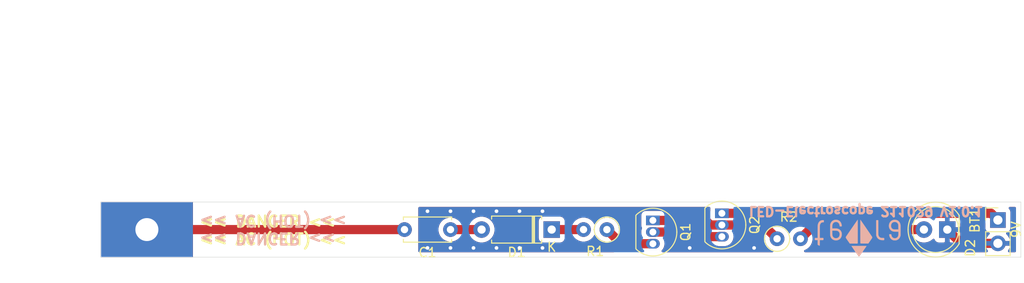
<source format=kicad_pcb>
(kicad_pcb (version 20171130) (host pcbnew 5.1.9-73d0e3b20d~88~ubuntu20.04.1)

  (general
    (thickness 1.6)
    (drawings 10)
    (tracks 33)
    (zones 0)
    (modules 10)
    (nets 10)
  )

  (page A4)
  (title_block
    (title "LED Electroscope")
    (date 2021-10-29)
    (rev V1.0.1)
    (company "teTra Aviation Corp.")
  )

  (layers
    (0 F.Cu signal)
    (31 B.Cu signal)
    (32 B.Adhes user)
    (33 F.Adhes user)
    (34 B.Paste user)
    (35 F.Paste user)
    (36 B.SilkS user)
    (37 F.SilkS user)
    (38 B.Mask user)
    (39 F.Mask user)
    (40 Dwgs.User user)
    (41 Cmts.User user)
    (42 Eco1.User user)
    (43 Eco2.User user)
    (44 Edge.Cuts user)
    (45 Margin user)
    (46 B.CrtYd user)
    (47 F.CrtYd user)
    (48 B.Fab user)
    (49 F.Fab user)
  )

  (setup
    (last_trace_width 0.25)
    (user_trace_width 0.8)
    (user_trace_width 1)
    (trace_clearance 0.2)
    (zone_clearance 0.508)
    (zone_45_only no)
    (trace_min 0.2)
    (via_size 0.8)
    (via_drill 0.4)
    (via_min_size 0.4)
    (via_min_drill 0.3)
    (uvia_size 0.3)
    (uvia_drill 0.1)
    (uvias_allowed no)
    (uvia_min_size 0.2)
    (uvia_min_drill 0.1)
    (edge_width 0.05)
    (segment_width 0.2)
    (pcb_text_width 0.3)
    (pcb_text_size 1.5 1.5)
    (mod_edge_width 0.12)
    (mod_text_size 1 1)
    (mod_text_width 0.15)
    (pad_size 1.524 1.524)
    (pad_drill 0.762)
    (pad_to_mask_clearance 0)
    (aux_axis_origin 0 0)
    (visible_elements FFFFFF7F)
    (pcbplotparams
      (layerselection 0x010fc_ffffffff)
      (usegerberextensions false)
      (usegerberattributes true)
      (usegerberadvancedattributes true)
      (creategerberjobfile true)
      (excludeedgelayer true)
      (linewidth 0.100000)
      (plotframeref false)
      (viasonmask false)
      (mode 1)
      (useauxorigin false)
      (hpglpennumber 1)
      (hpglpenspeed 20)
      (hpglpendiameter 15.000000)
      (psnegative false)
      (psa4output false)
      (plotreference true)
      (plotvalue true)
      (plotinvisibletext false)
      (padsonsilk false)
      (subtractmaskfromsilk false)
      (outputformat 1)
      (mirror false)
      (drillshape 0)
      (scaleselection 1)
      (outputdirectory "gerber/"))
  )

  (net 0 "")
  (net 1 "Net-(BT1-Pad1)")
  (net 2 "Net-(C1-Pad2)")
  (net 3 "Net-(C1-Pad1)")
  (net 4 "Net-(D1-Pad1)")
  (net 5 "Net-(D2-Pad2)")
  (net 6 "Net-(Q1-Pad1)")
  (net 7 "Net-(Q1-Pad3)")
  (net 8 "Net-(Q1-Pad2)")
  (net 9 GND)

  (net_class Default "This is the default net class."
    (clearance 0.2)
    (trace_width 0.25)
    (via_dia 0.8)
    (via_drill 0.4)
    (uvia_dia 0.3)
    (uvia_drill 0.1)
    (add_net GND)
    (add_net "Net-(BT1-Pad1)")
    (add_net "Net-(C1-Pad1)")
    (add_net "Net-(C1-Pad2)")
    (add_net "Net-(D1-Pad1)")
    (add_net "Net-(D2-Pad2)")
    (add_net "Net-(Q1-Pad1)")
    (add_net "Net-(Q1-Pad2)")
    (add_net "Net-(Q1-Pad3)")
  )

  (module teTra:teTra-logo (layer B.Cu) (tedit 0) (tstamp 617BE999)
    (at 185.2 104.8)
    (path /617BF6A2)
    (fp_text reference L1 (at 0 0) (layer B.SilkS) hide
      (effects (font (size 1.524 1.524) (thickness 0.3)) (justify mirror))
    )
    (fp_text value Logo (at 0.75 0) (layer B.SilkS) hide
      (effects (font (size 1.524 1.524) (thickness 0.3)) (justify mirror))
    )
    (fp_poly (pts (xy 0.222252 3.120726) (xy 0.242807 3.11161) (xy 0.249856 3.103173) (xy 0.265607 3.082082)
      (xy 0.289159 3.049632) (xy 0.319611 3.007114) (xy 0.356061 2.955823) (xy 0.397609 2.897051)
      (xy 0.443353 2.832092) (xy 0.492393 2.76224) (xy 0.543827 2.688787) (xy 0.596753 2.613027)
      (xy 0.650272 2.536253) (xy 0.703481 2.459758) (xy 0.755479 2.384836) (xy 0.805366 2.312781)
      (xy 0.85224 2.244884) (xy 0.8952 2.182441) (xy 0.933345 2.126743) (xy 0.965773 2.079084)
      (xy 0.991585 2.040758) (xy 1.009877 2.013058) (xy 1.01975 1.997277) (xy 1.021149 1.994568)
      (xy 1.020872 1.992342) (xy 1.017586 1.990376) (xy 1.010326 1.988654) (xy 0.998124 1.987158)
      (xy 0.980015 1.985874) (xy 0.955032 1.984786) (xy 0.922209 1.983879) (xy 0.880579 1.983135)
      (xy 0.829176 1.98254) (xy 0.767035 1.982077) (xy 0.693188 1.981732) (xy 0.60667 1.981488)
      (xy 0.506513 1.981328) (xy 0.391753 1.981239) (xy 0.261422 1.981203) (xy 0.2032 1.9812)
      (xy 0.066404 1.981216) (xy -0.054429 1.981276) (xy -0.160272 1.981396) (xy -0.252097 1.981592)
      (xy -0.330874 1.981881) (xy -0.397576 1.982278) (xy -0.453173 1.982801) (xy -0.498638 1.983466)
      (xy -0.534942 1.984289) (xy -0.563056 1.985286) (xy -0.583952 1.986475) (xy -0.598601 1.98787)
      (xy -0.607975 1.98949) (xy -0.613046 1.991349) (xy -0.614785 1.993465) (xy -0.614589 1.994985)
      (xy -0.608335 2.005799) (xy -0.593377 2.029017) (xy -0.570606 2.063351) (xy -0.540914 2.107514)
      (xy -0.505193 2.160217) (xy -0.464333 2.220172) (xy -0.419226 2.286091) (xy -0.370765 2.356684)
      (xy -0.319839 2.430665) (xy -0.267341 2.506745) (xy -0.214162 2.583635) (xy -0.161193 2.660047)
      (xy -0.109327 2.734693) (xy -0.059454 2.806285) (xy -0.012466 2.873535) (xy 0.030745 2.935154)
      (xy 0.069289 2.989854) (xy 0.102273 3.036346) (xy 0.128806 3.073343) (xy 0.147997 3.099556)
      (xy 0.158954 3.113698) (xy 0.161029 3.115821) (xy 0.19027 3.123589) (xy 0.222252 3.120726)) (layer B.SilkS) (width 0.01))
    (fp_poly (pts (xy 2.870026 1.354216) (xy 2.9022 1.351201) (xy 2.92378 1.343765) (xy 2.936878 1.330499)
      (xy 2.943607 1.309993) (xy 2.946078 1.280838) (xy 2.946406 1.241625) (xy 2.9464 1.2319)
      (xy 2.946227 1.190026) (xy 2.944245 1.158948) (xy 2.938259 1.137059) (xy 2.926073 1.122749)
      (xy 2.905491 1.11441) (xy 2.874319 1.110433) (xy 2.83036 1.10921) (xy 2.778845 1.109134)
      (xy 2.708949 1.108099) (xy 2.652433 1.104588) (xy 2.605848 1.097987) (xy 2.565744 1.087684)
      (xy 2.528671 1.073067) (xy 2.503103 1.060172) (xy 2.441985 1.017606) (xy 2.390238 0.962224)
      (xy 2.349447 0.896247) (xy 2.3212 0.821899) (xy 2.315111 0.7969) (xy 2.313001 0.784267)
      (xy 2.311142 0.766838) (xy 2.30952 0.7436) (xy 2.308121 0.713541) (xy 2.306928 0.675646)
      (xy 2.305928 0.628902) (xy 2.305106 0.572296) (xy 2.304447 0.504815) (xy 2.303936 0.425446)
      (xy 2.303559 0.333175) (xy 2.3033 0.226989) (xy 2.303145 0.105874) (xy 2.30308 -0.028073)
      (xy 2.302953 -0.182401) (xy 2.302634 -0.319817) (xy 2.302123 -0.440342) (xy 2.30142 -0.543997)
      (xy 2.300524 -0.630803) (xy 2.299435 -0.70078) (xy 2.298153 -0.753948) (xy 2.296678 -0.79033)
      (xy 2.295009 -0.809944) (xy 2.294169 -0.813356) (xy 2.288904 -0.820371) (xy 2.279982 -0.825052)
      (xy 2.264329 -0.827862) (xy 2.238872 -0.829262) (xy 2.200537 -0.829713) (xy 2.185139 -0.829733)
      (xy 2.138358 -0.82917) (xy 2.106113 -0.827311) (xy 2.086039 -0.823904) (xy 2.075771 -0.818698)
      (xy 2.075126 -0.817988) (xy 2.073401 -0.811267) (xy 2.071901 -0.795078) (xy 2.070621 -0.768731)
      (xy 2.069555 -0.731533) (xy 2.068696 -0.682796) (xy 2.068039 -0.621829) (xy 2.067577 -0.54794)
      (xy 2.067305 -0.460439) (xy 2.067217 -0.358635) (xy 2.067305 -0.241838) (xy 2.067565 -0.109358)
      (xy 2.067896 0.009629) (xy 2.070415 0.8255) (xy 2.089859 0.888768) (xy 2.128741 0.989362)
      (xy 2.179968 1.078887) (xy 2.243096 1.156811) (xy 2.317683 1.222601) (xy 2.403286 1.275725)
      (xy 2.417233 1.282656) (xy 2.46722 1.304996) (xy 2.514929 1.322041) (xy 2.564125 1.334548)
      (xy 2.618577 1.343274) (xy 2.68205 1.348976) (xy 2.75831 1.352411) (xy 2.765442 1.352621)
      (xy 2.825144 1.35422) (xy 2.870026 1.354216)) (layer B.SilkS) (width 0.01))
    (fp_poly (pts (xy -4.075655 1.951197) (xy -4.074288 1.950417) (xy -4.070408 1.946757) (xy -4.067252 1.940045)
      (xy -4.064728 1.928602) (xy -4.062744 1.91075) (xy -4.061209 1.884808) (xy -4.06003 1.849099)
      (xy -4.059116 1.801943) (xy -4.058375 1.741661) (xy -4.057716 1.666575) (xy -4.057542 1.64373)
      (xy -4.055317 1.3462) (xy -3.869639 1.3462) (xy -3.804298 1.346261) (xy -3.753939 1.345719)
      (xy -3.716618 1.343488) (xy -3.69039 1.338479) (xy -3.673311 1.329607) (xy -3.663436 1.315784)
      (xy -3.65882 1.295923) (xy -3.65752 1.268938) (xy -3.657591 1.233741) (xy -3.6576 1.227667)
      (xy -3.65749 1.191173) (xy -3.658452 1.163038) (xy -3.662431 1.142179) (xy -3.671369 1.127512)
      (xy -3.687206 1.117953) (xy -3.711887 1.112418) (xy -3.747354 1.109825) (xy -3.795548 1.10909)
      (xy -3.858413 1.109128) (xy -3.870077 1.109133) (xy -4.056194 1.109133) (xy -4.053327 0.42545)
      (xy -4.052778 0.300504) (xy -4.052227 0.191323) (xy -4.051648 0.096741) (xy -4.051012 0.01559)
      (xy -4.050292 -0.053298) (xy -4.049459 -0.111089) (xy -4.048487 -0.158952) (xy -4.047348 -0.198053)
      (xy -4.046013 -0.229561) (xy -4.044455 -0.254642) (xy -4.042647 -0.274463) (xy -4.04056 -0.290194)
      (xy -4.038166 -0.303) (xy -4.035773 -0.312819) (xy -4.007667 -0.393733) (xy -3.970513 -0.460605)
      (xy -3.923934 -0.513936) (xy -3.867551 -0.554229) (xy -3.846088 -0.565044) (xy -3.815624 -0.57694)
      (xy -3.783228 -0.584593) (xy -3.742935 -0.589197) (xy -3.717605 -0.590747) (xy -3.681353 -0.59334)
      (xy -3.651025 -0.596965) (xy -3.630942 -0.601034) (xy -3.62585 -0.603231) (xy -3.621078 -0.61531)
      (xy -3.617642 -0.640069) (xy -3.615552 -0.673309) (xy -3.614816 -0.710829) (xy -3.615441 -0.74843)
      (xy -3.617437 -0.781911) (xy -3.62081 -0.807071) (xy -3.625427 -0.819573) (xy -3.640119 -0.825296)
      (xy -3.667736 -0.828625) (xy -3.704457 -0.829664) (xy -3.746458 -0.828519) (xy -3.789918 -0.825295)
      (xy -3.831014 -0.820097) (xy -3.865923 -0.81303) (xy -3.866202 -0.812957) (xy -3.956476 -0.781233)
      (xy -4.036371 -0.736166) (xy -4.105809 -0.677849) (xy -4.164715 -0.606378) (xy -4.213013 -0.521848)
      (xy -4.250624 -0.424352) (xy -4.277474 -0.313986) (xy -4.279679 -0.301574) (xy -4.282117 -0.285141)
      (xy -4.284239 -0.265347) (xy -4.286066 -0.241013) (xy -4.287617 -0.210957) (xy -4.288913 -0.173998)
      (xy -4.289976 -0.128955) (xy -4.290826 -0.074646) (xy -4.291482 -0.009891) (xy -4.291966 0.066491)
      (xy -4.292299 0.155682) (xy -4.2925 0.258863) (xy -4.29259 0.377215) (xy -4.2926 0.441376)
      (xy -4.2926 1.109133) (xy -4.43182 1.109133) (xy -4.488596 1.109223) (xy -4.53065 1.110544)
      (xy -4.560188 1.114676) (xy -4.579419 1.123201) (xy -4.590548 1.137697) (xy -4.595784 1.159745)
      (xy -4.597333 1.190926) (xy -4.5974 1.227667) (xy -4.597276 1.268311) (xy -4.595431 1.298416)
      (xy -4.589658 1.319561) (xy -4.57775 1.333328) (xy -4.5575 1.341295) (xy -4.5267 1.345043)
      (xy -4.483144 1.346152) (xy -4.43182 1.3462) (xy -4.2926 1.3462) (xy -4.2926 1.844228)
      (xy -4.268715 1.864031) (xy -4.250775 1.876275) (xy -4.222147 1.892944) (xy -4.187524 1.91138)
      (xy -4.16682 1.921704) (xy -4.129158 1.939317) (xy -4.103342 1.949505) (xy -4.086474 1.953165)
      (xy -4.075655 1.951197)) (layer B.SilkS) (width 0.01))
    (fp_poly (pts (xy 4.097867 1.37521) (xy 4.149836 1.374888) (xy 4.188916 1.373785) (xy 4.219149 1.37144)
      (xy 4.244577 1.367391) (xy 4.26924 1.361174) (xy 4.296833 1.352443) (xy 4.391341 1.312737)
      (xy 4.474708 1.260313) (xy 4.54697 1.195136) (xy 4.608161 1.117167) (xy 4.658318 1.026369)
      (xy 4.696217 0.926785) (xy 4.719804 0.8509) (xy 4.722498 0.293904) (xy 4.723002 0.17975)
      (xy 4.723315 0.081175) (xy 4.723414 -0.003175) (xy 4.723276 -0.074653) (xy 4.722879 -0.134612)
      (xy 4.7222 -0.184407) (xy 4.721217 -0.225391) (xy 4.719906 -0.258918) (xy 4.718246 -0.286341)
      (xy 4.716212 -0.309013) (xy 4.713784 -0.328289) (xy 4.711883 -0.340218) (xy 4.686637 -0.441823)
      (xy 4.647873 -0.53548) (xy 4.59661 -0.619958) (xy 4.533867 -0.694025) (xy 4.460662 -0.756451)
      (xy 4.378012 -0.806004) (xy 4.301067 -0.837091) (xy 4.198977 -0.861417) (xy 4.093567 -0.870265)
      (xy 3.988985 -0.863292) (xy 3.9878 -0.863118) (xy 3.889698 -0.840484) (xy 3.797888 -0.80314)
      (xy 3.714002 -0.752259) (xy 3.639675 -0.689018) (xy 3.576542 -0.614592) (xy 3.527028 -0.531773)
      (xy 3.499278 -0.470379) (xy 3.47941 -0.413472) (xy 3.465514 -0.354289) (xy 3.455682 -0.286069)
      (xy 3.454421 -0.274463) (xy 3.452822 -0.235699) (xy 3.686093 -0.235699) (xy 3.686673 -0.242916)
      (xy 3.701295 -0.330694) (xy 3.728292 -0.409016) (xy 3.766926 -0.476892) (xy 3.816459 -0.53333)
      (xy 3.876152 -0.57734) (xy 3.945267 -0.607931) (xy 3.9624 -0.61296) (xy 4.015545 -0.622466)
      (xy 4.076741 -0.625994) (xy 4.139095 -0.623636) (xy 4.195712 -0.615485) (xy 4.218961 -0.609501)
      (xy 4.255619 -0.595689) (xy 4.292818 -0.57777) (xy 4.315102 -0.564454) (xy 4.356324 -0.529272)
      (xy 4.396071 -0.482846) (xy 4.43022 -0.430655) (xy 4.454037 -0.379861) (xy 4.459667 -0.363709)
      (xy 4.46415 -0.348) (xy 4.467646 -0.330554) (xy 4.470316 -0.30919) (xy 4.472321 -0.281727)
      (xy 4.473822 -0.245985) (xy 4.474978 -0.199783) (xy 4.475951 -0.14094) (xy 4.47687 -0.06985)
      (xy 4.479984 0.186267) (xy 4.248371 0.186267) (xy 4.169911 0.186026) (xy 4.106008 0.185103)
      (xy 4.054289 0.183196) (xy 4.01238 0.180003) (xy 3.97791 0.175222) (xy 3.948505 0.168552)
      (xy 3.921792 0.15969) (xy 3.895399 0.148336) (xy 3.876231 0.138939) (xy 3.818249 0.10036)
      (xy 3.769227 0.049099) (xy 3.730332 -0.01249) (xy 3.702733 -0.082055) (xy 3.687598 -0.157242)
      (xy 3.686093 -0.235699) (xy 3.452822 -0.235699) (xy 3.450994 -0.191403) (xy 3.456931 -0.105999)
      (xy 3.471597 -0.02601) (xy 3.476114 -0.009281) (xy 3.507604 0.07258) (xy 3.55274 0.151215)
      (xy 3.608999 0.22357) (xy 3.673858 0.286585) (xy 3.744793 0.337205) (xy 3.776133 0.354202)
      (xy 3.81522 0.372784) (xy 3.850805 0.387858) (xy 3.885353 0.39983) (xy 3.921325 0.409103)
      (xy 3.961185 0.416081) (xy 4.007397 0.42117) (xy 4.062424 0.424773) (xy 4.128728 0.427295)
      (xy 4.208772 0.42914) (xy 4.23545 0.429616) (xy 4.487333 0.433909) (xy 4.487333 0.592977)
      (xy 4.486349 0.674478) (xy 4.483111 0.74202) (xy 4.477195 0.798476) (xy 4.468174 0.846723)
      (xy 4.455622 0.889633) (xy 4.439115 0.930082) (xy 4.436605 0.935417) (xy 4.397052 0.999409)
      (xy 4.345578 1.052889) (xy 4.28433 1.094769) (xy 4.215455 1.123959) (xy 4.141101 1.139371)
      (xy 4.063416 1.139915) (xy 4.039181 1.136924) (xy 3.962868 1.117371) (xy 3.896213 1.084062)
      (xy 3.83959 1.037404) (xy 3.793374 0.977805) (xy 3.757938 0.90567) (xy 3.733657 0.821406)
      (xy 3.729789 0.80093) (xy 3.722975 0.766007) (xy 3.715818 0.73684) (xy 3.709491 0.717958)
      (xy 3.707332 0.714147) (xy 3.695218 0.709436) (xy 3.670466 0.705888) (xy 3.637335 0.703566)
      (xy 3.600085 0.702534) (xy 3.562977 0.702855) (xy 3.530268 0.704592) (xy 3.50622 0.707808)
      (xy 3.496733 0.711027) (xy 3.488338 0.725606) (xy 3.485317 0.753208) (xy 3.487179 0.790972)
      (xy 3.49343 0.836034) (xy 3.50358 0.885534) (xy 3.517137 0.936609) (xy 3.53361 0.986396)
      (xy 3.551513 1.029899) (xy 3.601158 1.120724) (xy 3.660035 1.197608) (xy 3.728953 1.261302)
      (xy 3.808723 1.312556) (xy 3.898981 1.351711) (xy 3.92627 1.360866) (xy 3.949835 1.367301)
      (xy 3.973647 1.371485) (xy 4.001675 1.373887) (xy 4.037891 1.374976) (xy 4.086266 1.375222)
      (xy 4.097867 1.37521)) (layer B.SilkS) (width 0.01))
    (fp_poly (pts (xy 1.409899 1.437874) (xy 1.452895 1.375668) (xy 1.493309 1.316949) (xy 1.530016 1.263368)
      (xy 1.561894 1.216576) (xy 1.58782 1.178223) (xy 1.606669 1.149959) (xy 1.61732 1.133435)
      (xy 1.618779 1.130957) (xy 1.635476 1.084525) (xy 1.638507 1.034451) (xy 1.632318 1.001626)
      (xy 1.626532 0.991174) (xy 1.611926 0.967946) (xy 1.589176 0.932934) (xy 1.55896 0.887129)
      (xy 1.521955 0.831522) (xy 1.478836 0.767106) (xy 1.430282 0.694872) (xy 1.376968 0.615811)
      (xy 1.319572 0.530915) (xy 1.25877 0.441176) (xy 1.195239 0.347585) (xy 1.129656 0.251134)
      (xy 1.062698 0.152814) (xy 0.995042 0.053617) (xy 0.927364 -0.045465) (xy 0.860342 -0.143442)
      (xy 0.794651 -0.23932) (xy 0.73097 -0.33211) (xy 0.669974 -0.420818) (xy 0.61234 -0.504455)
      (xy 0.558746 -0.582027) (xy 0.509868 -0.652544) (xy 0.466383 -0.715013) (xy 0.428968 -0.768444)
      (xy 0.398299 -0.811845) (xy 0.375053 -0.844223) (xy 0.359908 -0.864589) (xy 0.35354 -0.871949)
      (xy 0.353483 -0.871959) (xy 0.352754 -0.86366) (xy 0.352049 -0.839356) (xy 0.351372 -0.799977)
      (xy 0.350728 -0.746451) (xy 0.350122 -0.679709) (xy 0.349558 -0.600677) (xy 0.349041 -0.510287)
      (xy 0.348576 -0.409466) (xy 0.348168 -0.299143) (xy 0.34782 -0.180248) (xy 0.347538 -0.053709)
      (xy 0.347327 0.079544) (xy 0.347191 0.218583) (xy 0.347134 0.362478) (xy 0.347133 0.388203)
      (xy 0.347177 0.576713) (xy 0.347309 0.748707) (xy 0.347534 0.904601) (xy 0.347854 1.044813)
      (xy 0.348272 1.169758) (xy 0.348792 1.279855) (xy 0.349415 1.375519) (xy 0.350146 1.457168)
      (xy 0.350988 1.525219) (xy 0.351942 1.580087) (xy 0.353014 1.622191) (xy 0.354204 1.651947)
      (xy 0.355517 1.669771) (xy 0.35649 1.675315) (xy 0.367488 1.696481) (xy 0.38103 1.710279)
      (xy 0.381334 1.710446) (xy 0.393472 1.712396) (xy 0.421529 1.714122) (xy 0.464493 1.715605)
      (xy 0.521349 1.716824) (xy 0.591086 1.71776) (xy 0.672689 1.718394) (xy 0.765147 1.718704)
      (xy 0.806092 1.718733) (xy 1.215364 1.718733) (xy 1.409899 1.437874)) (layer B.SilkS) (width 0.01))
    (fp_poly (pts (xy -2.218867 1.37351) (xy -2.122643 1.355103) (xy -2.031825 1.322792) (xy -1.947809 1.277112)
      (xy -1.871992 1.218599) (xy -1.805768 1.147786) (xy -1.750534 1.06521) (xy -1.735793 1.037167)
      (xy -1.701447 0.955111) (xy -1.678918 0.87025) (xy -1.667287 0.778344) (xy -1.665133 0.7112)
      (xy -1.667199 0.638309) (xy -1.674341 0.576128) (xy -1.687852 0.518859) (xy -1.709027 0.460707)
      (xy -1.732535 0.409284) (xy -1.782813 0.324988) (xy -1.845635 0.251553) (xy -1.919926 0.189778)
      (xy -2.004608 0.140461) (xy -2.098608 0.104402) (xy -2.164643 0.088365) (xy -2.193459 0.08413)
      (xy -2.231415 0.080876) (xy -2.280226 0.078532) (xy -2.341605 0.077029) (xy -2.417268 0.076298)
      (xy -2.464545 0.0762) (xy -2.700867 0.0762) (xy -2.700571 -0.074083) (xy -2.698842 -0.164577)
      (xy -2.693648 -0.241047) (xy -2.684401 -0.306158) (xy -2.67051 -0.362572) (xy -2.651388 -0.412955)
      (xy -2.626445 -0.45997) (xy -2.609433 -0.486231) (xy -2.577861 -0.522045) (xy -2.53499 -0.556802)
      (xy -2.486235 -0.586729) (xy -2.43701 -0.608056) (xy -2.432466 -0.609509) (xy -2.371991 -0.622383)
      (xy -2.305388 -0.626926) (xy -2.239351 -0.623149) (xy -2.180572 -0.611065) (xy -2.174252 -0.609033)
      (xy -2.103699 -0.576665) (xy -2.042726 -0.530736) (xy -1.992028 -0.472102) (xy -1.952302 -0.401617)
      (xy -1.924243 -0.320137) (xy -1.918387 -0.294573) (xy -1.911835 -0.25885) (xy -1.907064 -0.225619)
      (xy -1.905019 -0.201559) (xy -1.905 -0.199928) (xy -1.903214 -0.177501) (xy -1.896176 -0.161917)
      (xy -1.881368 -0.151978) (xy -1.856269 -0.146481) (xy -1.818361 -0.144228) (xy -1.78748 -0.143933)
      (xy -1.739462 -0.144338) (xy -1.705969 -0.146904) (xy -1.68459 -0.153653) (xy -1.672918 -0.166612)
      (xy -1.668544 -0.187805) (xy -1.66906 -0.219255) (xy -1.670592 -0.242178) (xy -1.68544 -0.348646)
      (xy -1.713895 -0.449868) (xy -1.755008 -0.54387) (xy -1.807833 -0.628674) (xy -1.871423 -0.702306)
      (xy -1.90619 -0.73368) (xy -1.951028 -0.765692) (xy -2.005988 -0.797281) (xy -2.064507 -0.825125)
      (xy -2.120023 -0.845902) (xy -2.137833 -0.850967) (xy -2.181928 -0.859185) (xy -2.236481 -0.864931)
      (xy -2.295158 -0.867919) (xy -2.351625 -0.867861) (xy -2.399549 -0.864472) (xy -2.408528 -0.863217)
      (xy -2.508409 -0.839445) (xy -2.600009 -0.8012) (xy -2.682584 -0.749174) (xy -2.755387 -0.684058)
      (xy -2.817674 -0.606543) (xy -2.868699 -0.517322) (xy -2.907716 -0.417085) (xy -2.914594 -0.3937)
      (xy -2.918293 -0.380085) (xy -2.921473 -0.366932) (xy -2.924174 -0.352909) (xy -2.926435 -0.336681)
      (xy -2.928296 -0.316914) (xy -2.929796 -0.292276) (xy -2.930975 -0.261433) (xy -2.931872 -0.22305)
      (xy -2.932528 -0.175794) (xy -2.93298 -0.118332) (xy -2.93327 -0.04933) (xy -2.933437 0.032547)
      (xy -2.93352 0.12863) (xy -2.933559 0.240255) (xy -2.93356 0.245534) (xy -2.93357 0.313267)
      (xy -2.702581 0.313267) (xy -2.486569 0.313267) (xy -2.403064 0.31371) (xy -2.334899 0.315084)
      (xy -2.280504 0.317458) (xy -2.238309 0.320899) (xy -2.207153 0.325398) (xy -2.128062 0.348037)
      (xy -2.060035 0.383446) (xy -2.00334 0.431383) (xy -1.958244 0.491604) (xy -1.925014 0.563869)
      (xy -1.917453 0.587674) (xy -1.908523 0.635569) (xy -1.905161 0.693597) (xy -1.907092 0.756001)
      (xy -1.914036 0.817022) (xy -1.925717 0.870901) (xy -1.932047 0.890228) (xy -1.967353 0.962468)
      (xy -2.014807 1.024074) (xy -2.073068 1.07365) (xy -2.140793 1.109797) (xy -2.144444 1.111243)
      (xy -2.18724 1.123065) (xy -2.240512 1.130659) (xy -2.298279 1.133786) (xy -2.35456 1.132209)
      (xy -2.403374 1.125691) (xy -2.417884 1.122113) (xy -2.491121 1.094028) (xy -2.55265 1.054973)
      (xy -2.60337 1.003998) (xy -2.64418 0.940156) (xy -2.675978 0.8625) (xy -2.681756 0.843799)
      (xy -2.685959 0.824905) (xy -2.689438 0.79839) (xy -2.692294 0.762493) (xy -2.694632 0.715451)
      (xy -2.696555 0.655503) (xy -2.698166 0.580886) (xy -2.698582 0.556683) (xy -2.702581 0.313267)
      (xy -2.93357 0.313267) (xy -2.933577 0.357908) (xy -2.933542 0.454696) (xy -2.933416 0.537245)
      (xy -2.93316 0.606901) (xy -2.932736 0.665013) (xy -2.932105 0.712926) (xy -2.931226 0.751988)
      (xy -2.930062 0.783546) (xy -2.928574 0.808946) (xy -2.926722 0.829537) (xy -2.924467 0.846665)
      (xy -2.921771 0.861676) (xy -2.918595 0.875919) (xy -2.914899 0.890739) (xy -2.914891 0.890772)
      (xy -2.881203 0.993825) (xy -2.835781 1.086027) (xy -2.779257 1.166643) (xy -2.712267 1.234943)
      (xy -2.635444 1.290193) (xy -2.549423 1.331662) (xy -2.526024 1.339965) (xy -2.421954 1.366477)
      (xy -2.319103 1.37748) (xy -2.218867 1.37351)) (layer B.SilkS) (width 0.01))
    (fp_poly (pts (xy 0.047305 1.699211) (xy 0.067733 1.675456) (xy 0.067733 0.397461) (xy 0.067691 0.251777)
      (xy 0.067566 0.110779) (xy 0.067365 -0.024612) (xy 0.067091 -0.153471) (xy 0.06675 -0.274878)
      (xy 0.066345 -0.387908) (xy 0.065883 -0.491639) (xy 0.065366 -0.585149) (xy 0.064801 -0.667515)
      (xy 0.064192 -0.737815) (xy 0.063544 -0.795126) (xy 0.06286 -0.838524) (xy 0.062147 -0.867089)
      (xy 0.061409 -0.879896) (xy 0.061202 -0.880533) (xy 0.055705 -0.873683) (xy 0.041207 -0.853675)
      (xy 0.018271 -0.821323) (xy -0.012537 -0.777442) (xy -0.050653 -0.722847) (xy -0.095512 -0.658351)
      (xy -0.146551 -0.584769) (xy -0.203203 -0.502915) (xy -0.264904 -0.413604) (xy -0.331091 -0.31765)
      (xy -0.401197 -0.215868) (xy -0.474659 -0.109071) (xy -0.550912 0.001926) (xy -0.577736 0.041004)
      (xy -0.65499 0.153655) (xy -0.729668 0.2627) (xy -0.8012 0.367298) (xy -0.869016 0.46661)
      (xy -0.932546 0.559796) (xy -0.991219 0.646017) (xy -1.044467 0.724432) (xy -1.091718 0.794203)
      (xy -1.132403 0.854488) (xy -1.165951 0.904448) (xy -1.191793 0.943244) (xy -1.209359 0.970035)
      (xy -1.218078 0.983982) (xy -1.218904 0.985589) (xy -1.226565 1.023282) (xy -1.225586 1.066986)
      (xy -1.216447 1.10845) (xy -1.210967 1.121833) (xy -1.202621 1.136104) (xy -1.18569 1.162547)
      (xy -1.161311 1.199472) (xy -1.130621 1.245188) (xy -1.094759 1.298004) (xy -1.054862 1.35623)
      (xy -1.012067 1.418173) (xy -0.99737 1.439333) (xy -0.8001 1.722967) (xy 0.026877 1.722967)
      (xy 0.047305 1.699211)) (layer B.SilkS) (width 0.01))
  )

  (module teTra:Terminal_100V_Hole_2.5mm_Pad (layer F.Cu) (tedit 617BB7D2) (tstamp 617CA19F)
    (at 108 105)
    (descr "Mounting Hole 2.5mm")
    (tags "mounting hole 2.5mm")
    (path /617BFCBB)
    (attr virtual)
    (fp_text reference J1 (at 6 -2.3 90) (layer F.SilkS) hide
      (effects (font (size 1 1) (thickness 0.15)))
    )
    (fp_text value Conn_01x01_Female (at 0 5) (layer F.Fab)
      (effects (font (size 1 1) (thickness 0.15)))
    )
    (fp_circle (center 0 0) (end 2.75 0) (layer F.CrtYd) (width 0.05))
    (fp_circle (center 0 0) (end 2.5 0) (layer Cmts.User) (width 0.15))
    (fp_text user %R (at 0.3 0) (layer F.Fab)
      (effects (font (size 1 1) (thickness 0.15)))
    )
    (pad 1 thru_hole trapezoid (at 0 0) (size 10 6) (drill 2.5) (layers *.Cu *.Mask)
      (net 2 "Net-(C1-Pad2)"))
  )

  (module Resistor_THT:R_Axial_DIN0207_L6.3mm_D2.5mm_P2.54mm_Vertical (layer F.Cu) (tedit 5AE5139B) (tstamp 617CA1E1)
    (at 176.5 106)
    (descr "Resistor, Axial_DIN0207 series, Axial, Vertical, pin pitch=2.54mm, 0.25W = 1/4W, length*diameter=6.3*2.5mm^2, http://cdn-reichelt.de/documents/datenblatt/B400/1_4W%23YAG.pdf")
    (tags "Resistor Axial_DIN0207 series Axial Vertical pin pitch 2.54mm 0.25W = 1/4W length 6.3mm diameter 2.5mm")
    (path /617BDF1B)
    (fp_text reference R2 (at 1.27 -2.37) (layer F.SilkS)
      (effects (font (size 1 1) (thickness 0.15)))
    )
    (fp_text value 2.2k (at 1.27 2.37) (layer F.Fab)
      (effects (font (size 1 1) (thickness 0.15)))
    )
    (fp_circle (center 0 0) (end 1.25 0) (layer F.Fab) (width 0.1))
    (fp_circle (center 0 0) (end 1.37 0) (layer F.SilkS) (width 0.12))
    (fp_line (start 0 0) (end 2.54 0) (layer F.Fab) (width 0.1))
    (fp_line (start 1.37 0) (end 1.44 0) (layer F.SilkS) (width 0.12))
    (fp_line (start -1.5 -1.5) (end -1.5 1.5) (layer F.CrtYd) (width 0.05))
    (fp_line (start -1.5 1.5) (end 3.59 1.5) (layer F.CrtYd) (width 0.05))
    (fp_line (start 3.59 1.5) (end 3.59 -1.5) (layer F.CrtYd) (width 0.05))
    (fp_line (start 3.59 -1.5) (end -1.5 -1.5) (layer F.CrtYd) (width 0.05))
    (fp_text user %R (at 1.27 -2.37) (layer F.Fab)
      (effects (font (size 1 1) (thickness 0.15)))
    )
    (pad 2 thru_hole oval (at 2.54 0) (size 1.6 1.6) (drill 0.8) (layers *.Cu *.Mask)
      (net 5 "Net-(D2-Pad2)"))
    (pad 1 thru_hole circle (at 0 0) (size 1.6 1.6) (drill 0.8) (layers *.Cu *.Mask)
      (net 6 "Net-(Q1-Pad1)"))
    (model ${KISYS3DMOD}/Resistor_THT.3dshapes/R_Axial_DIN0207_L6.3mm_D2.5mm_P2.54mm_Vertical.wrl
      (at (xyz 0 0 0))
      (scale (xyz 1 1 1))
      (rotate (xyz 0 0 0))
    )
  )

  (module Resistor_THT:R_Axial_DIN0207_L6.3mm_D2.5mm_P2.54mm_Vertical (layer F.Cu) (tedit 5AE5139B) (tstamp 617CA1D2)
    (at 158 105 180)
    (descr "Resistor, Axial_DIN0207 series, Axial, Vertical, pin pitch=2.54mm, 0.25W = 1/4W, length*diameter=6.3*2.5mm^2, http://cdn-reichelt.de/documents/datenblatt/B400/1_4W%23YAG.pdf")
    (tags "Resistor Axial_DIN0207 series Axial Vertical pin pitch 2.54mm 0.25W = 1/4W length 6.3mm diameter 2.5mm")
    (path /617BBBF6)
    (fp_text reference R1 (at 1.27 -2.37) (layer F.SilkS)
      (effects (font (size 1 1) (thickness 0.15)))
    )
    (fp_text value 100k (at 1.27 2.37) (layer F.Fab)
      (effects (font (size 1 1) (thickness 0.15)))
    )
    (fp_circle (center 0 0) (end 1.25 0) (layer F.Fab) (width 0.1))
    (fp_circle (center 0 0) (end 1.37 0) (layer F.SilkS) (width 0.12))
    (fp_line (start 0 0) (end 2.54 0) (layer F.Fab) (width 0.1))
    (fp_line (start 1.37 0) (end 1.44 0) (layer F.SilkS) (width 0.12))
    (fp_line (start -1.5 -1.5) (end -1.5 1.5) (layer F.CrtYd) (width 0.05))
    (fp_line (start -1.5 1.5) (end 3.59 1.5) (layer F.CrtYd) (width 0.05))
    (fp_line (start 3.59 1.5) (end 3.59 -1.5) (layer F.CrtYd) (width 0.05))
    (fp_line (start 3.59 -1.5) (end -1.5 -1.5) (layer F.CrtYd) (width 0.05))
    (fp_text user %R (at 1.27 -2.37) (layer F.Fab)
      (effects (font (size 1 1) (thickness 0.15)))
    )
    (pad 2 thru_hole oval (at 2.54 0 180) (size 1.6 1.6) (drill 0.8) (layers *.Cu *.Mask)
      (net 4 "Net-(D1-Pad1)"))
    (pad 1 thru_hole circle (at 0 0 180) (size 1.6 1.6) (drill 0.8) (layers *.Cu *.Mask)
      (net 7 "Net-(Q1-Pad3)"))
    (model ${KISYS3DMOD}/Resistor_THT.3dshapes/R_Axial_DIN0207_L6.3mm_D2.5mm_P2.54mm_Vertical.wrl
      (at (xyz 0 0 0))
      (scale (xyz 1 1 1))
      (rotate (xyz 0 0 0))
    )
  )

  (module Package_TO_SOT_THT:TO-92_Inline (layer F.Cu) (tedit 5A1DD157) (tstamp 617CA1C3)
    (at 170.5 103.23 270)
    (descr "TO-92 leads in-line, narrow, oval pads, drill 0.75mm (see NXP sot054_po.pdf)")
    (tags "to-92 sc-43 sc-43a sot54 PA33 transistor")
    (path /617BD5C0)
    (fp_text reference Q2 (at 1.27 -3.56 90) (layer F.SilkS)
      (effects (font (size 1 1) (thickness 0.15)))
    )
    (fp_text value 2SA1015 (at 1.77 2.79 90) (layer F.Fab)
      (effects (font (size 1 1) (thickness 0.15)))
    )
    (fp_line (start -0.53 1.85) (end 3.07 1.85) (layer F.SilkS) (width 0.12))
    (fp_line (start -0.5 1.75) (end 3 1.75) (layer F.Fab) (width 0.1))
    (fp_line (start -1.46 -2.73) (end 4 -2.73) (layer F.CrtYd) (width 0.05))
    (fp_line (start -1.46 -2.73) (end -1.46 2.01) (layer F.CrtYd) (width 0.05))
    (fp_line (start 4 2.01) (end 4 -2.73) (layer F.CrtYd) (width 0.05))
    (fp_line (start 4 2.01) (end -1.46 2.01) (layer F.CrtYd) (width 0.05))
    (fp_arc (start 1.27 0) (end 1.27 -2.6) (angle 135) (layer F.SilkS) (width 0.12))
    (fp_arc (start 1.27 0) (end 1.27 -2.48) (angle -135) (layer F.Fab) (width 0.1))
    (fp_arc (start 1.27 0) (end 1.27 -2.6) (angle -135) (layer F.SilkS) (width 0.12))
    (fp_arc (start 1.27 0) (end 1.27 -2.48) (angle 135) (layer F.Fab) (width 0.1))
    (fp_text user %R (at 1.27 0 90) (layer F.Fab)
      (effects (font (size 1 1) (thickness 0.15)))
    )
    (pad 1 thru_hole rect (at 0 0 270) (size 1.05 1.5) (drill 0.75) (layers *.Cu *.Mask)
      (net 1 "Net-(BT1-Pad1)"))
    (pad 3 thru_hole oval (at 2.54 0 270) (size 1.05 1.5) (drill 0.75) (layers *.Cu *.Mask)
      (net 8 "Net-(Q1-Pad2)"))
    (pad 2 thru_hole oval (at 1.27 0 270) (size 1.05 1.5) (drill 0.75) (layers *.Cu *.Mask)
      (net 6 "Net-(Q1-Pad1)"))
    (model ${KISYS3DMOD}/Package_TO_SOT_THT.3dshapes/TO-92_Inline.wrl
      (at (xyz 0 0 0))
      (scale (xyz 1 1 1))
      (rotate (xyz 0 0 0))
    )
  )

  (module Package_TO_SOT_THT:TO-92_Inline (layer F.Cu) (tedit 5A1DD157) (tstamp 617CA1B1)
    (at 163 104 270)
    (descr "TO-92 leads in-line, narrow, oval pads, drill 0.75mm (see NXP sot054_po.pdf)")
    (tags "to-92 sc-43 sc-43a sot54 PA33 transistor")
    (path /617BC988)
    (fp_text reference Q1 (at 1.27 -3.56 90) (layer F.SilkS)
      (effects (font (size 1 1) (thickness 0.15)))
    )
    (fp_text value 2SC1815 (at 1 2.79 90) (layer F.Fab)
      (effects (font (size 1 1) (thickness 0.15)))
    )
    (fp_line (start -0.53 1.85) (end 3.07 1.85) (layer F.SilkS) (width 0.12))
    (fp_line (start -0.5 1.75) (end 3 1.75) (layer F.Fab) (width 0.1))
    (fp_line (start -1.46 -2.73) (end 4 -2.73) (layer F.CrtYd) (width 0.05))
    (fp_line (start -1.46 -2.73) (end -1.46 2.01) (layer F.CrtYd) (width 0.05))
    (fp_line (start 4 2.01) (end 4 -2.73) (layer F.CrtYd) (width 0.05))
    (fp_line (start 4 2.01) (end -1.46 2.01) (layer F.CrtYd) (width 0.05))
    (fp_arc (start 1.27 0) (end 1.27 -2.6) (angle 135) (layer F.SilkS) (width 0.12))
    (fp_arc (start 1.27 0) (end 1.27 -2.48) (angle -135) (layer F.Fab) (width 0.1))
    (fp_arc (start 1.27 0) (end 1.27 -2.6) (angle -135) (layer F.SilkS) (width 0.12))
    (fp_arc (start 1.27 0) (end 1.27 -2.48) (angle 135) (layer F.Fab) (width 0.1))
    (fp_text user %R (at 1.27 0 90) (layer F.Fab)
      (effects (font (size 1 1) (thickness 0.15)))
    )
    (pad 1 thru_hole rect (at 0 0 270) (size 1.05 1.5) (drill 0.75) (layers *.Cu *.Mask)
      (net 6 "Net-(Q1-Pad1)"))
    (pad 3 thru_hole oval (at 2.54 0 270) (size 1.05 1.5) (drill 0.75) (layers *.Cu *.Mask)
      (net 7 "Net-(Q1-Pad3)"))
    (pad 2 thru_hole oval (at 1.27 0 270) (size 1.05 1.5) (drill 0.75) (layers *.Cu *.Mask)
      (net 8 "Net-(Q1-Pad2)"))
    (model ${KISYS3DMOD}/Package_TO_SOT_THT.3dshapes/TO-92_Inline.wrl
      (at (xyz 0 0 0))
      (scale (xyz 1 1 1))
      (rotate (xyz 0 0 0))
    )
  )

  (module LED_THT:LED_D5.0mm (layer F.Cu) (tedit 5995936A) (tstamp 617CA195)
    (at 195 105 180)
    (descr "LED, diameter 5.0mm, 2 pins, http://cdn-reichelt.de/documents/datenblatt/A500/LL-504BC2E-009.pdf")
    (tags "LED diameter 5.0mm 2 pins")
    (path /617BE81A)
    (fp_text reference D2 (at -2.5 -2 90) (layer F.SilkS)
      (effects (font (size 1 1) (thickness 0.15)))
    )
    (fp_text value LED (at 1.27 3.96) (layer F.Fab)
      (effects (font (size 1 1) (thickness 0.15)))
    )
    (fp_circle (center 1.27 0) (end 3.77 0) (layer F.Fab) (width 0.1))
    (fp_circle (center 1.27 0) (end 3.77 0) (layer F.SilkS) (width 0.12))
    (fp_line (start -1.23 -1.469694) (end -1.23 1.469694) (layer F.Fab) (width 0.1))
    (fp_line (start -1.29 -1.545) (end -1.29 1.545) (layer F.SilkS) (width 0.12))
    (fp_line (start -1.95 -3.25) (end -1.95 3.25) (layer F.CrtYd) (width 0.05))
    (fp_line (start -1.95 3.25) (end 4.5 3.25) (layer F.CrtYd) (width 0.05))
    (fp_line (start 4.5 3.25) (end 4.5 -3.25) (layer F.CrtYd) (width 0.05))
    (fp_line (start 4.5 -3.25) (end -1.95 -3.25) (layer F.CrtYd) (width 0.05))
    (fp_text user %R (at 1.25 0) (layer F.Fab)
      (effects (font (size 0.8 0.8) (thickness 0.2)))
    )
    (fp_arc (start 1.27 0) (end -1.29 1.54483) (angle -148.9) (layer F.SilkS) (width 0.12))
    (fp_arc (start 1.27 0) (end -1.29 -1.54483) (angle 148.9) (layer F.SilkS) (width 0.12))
    (fp_arc (start 1.27 0) (end -1.23 -1.469694) (angle 299.1) (layer F.Fab) (width 0.1))
    (pad 2 thru_hole circle (at 2.54 0 180) (size 1.8 1.8) (drill 0.9) (layers *.Cu *.Mask)
      (net 5 "Net-(D2-Pad2)"))
    (pad 1 thru_hole rect (at 0 0 180) (size 1.8 1.8) (drill 0.9) (layers *.Cu *.Mask)
      (net 9 GND))
    (model ${KISYS3DMOD}/LED_THT.3dshapes/LED_D5.0mm.wrl
      (at (xyz 0 0 0))
      (scale (xyz 1 1 1))
      (rotate (xyz 0 0 0))
    )
  )

  (module Diode_THT:D_A-405_P7.62mm_Horizontal (layer F.Cu) (tedit 5AE50CD5) (tstamp 617CA183)
    (at 152 105 180)
    (descr "Diode, A-405 series, Axial, Horizontal, pin pitch=7.62mm, , length*diameter=5.2*2.7mm^2, , http://www.diodes.com/_files/packages/A-405.pdf")
    (tags "Diode A-405 series Axial Horizontal pin pitch 7.62mm  length 5.2mm diameter 2.7mm")
    (path /617BAD38)
    (fp_text reference D1 (at 3.81 -2.47) (layer F.SilkS)
      (effects (font (size 1 1) (thickness 0.15)))
    )
    (fp_text value 1N4007 (at 3.81 2.47) (layer F.Fab)
      (effects (font (size 1 1) (thickness 0.15)))
    )
    (fp_line (start 1.21 -1.35) (end 1.21 1.35) (layer F.Fab) (width 0.1))
    (fp_line (start 1.21 1.35) (end 6.41 1.35) (layer F.Fab) (width 0.1))
    (fp_line (start 6.41 1.35) (end 6.41 -1.35) (layer F.Fab) (width 0.1))
    (fp_line (start 6.41 -1.35) (end 1.21 -1.35) (layer F.Fab) (width 0.1))
    (fp_line (start 0 0) (end 1.21 0) (layer F.Fab) (width 0.1))
    (fp_line (start 7.62 0) (end 6.41 0) (layer F.Fab) (width 0.1))
    (fp_line (start 1.99 -1.35) (end 1.99 1.35) (layer F.Fab) (width 0.1))
    (fp_line (start 2.09 -1.35) (end 2.09 1.35) (layer F.Fab) (width 0.1))
    (fp_line (start 1.89 -1.35) (end 1.89 1.35) (layer F.Fab) (width 0.1))
    (fp_line (start 1.09 -1.14) (end 1.09 -1.47) (layer F.SilkS) (width 0.12))
    (fp_line (start 1.09 -1.47) (end 6.53 -1.47) (layer F.SilkS) (width 0.12))
    (fp_line (start 6.53 -1.47) (end 6.53 -1.14) (layer F.SilkS) (width 0.12))
    (fp_line (start 1.09 1.14) (end 1.09 1.47) (layer F.SilkS) (width 0.12))
    (fp_line (start 1.09 1.47) (end 6.53 1.47) (layer F.SilkS) (width 0.12))
    (fp_line (start 6.53 1.47) (end 6.53 1.14) (layer F.SilkS) (width 0.12))
    (fp_line (start 1.99 -1.47) (end 1.99 1.47) (layer F.SilkS) (width 0.12))
    (fp_line (start 2.11 -1.47) (end 2.11 1.47) (layer F.SilkS) (width 0.12))
    (fp_line (start 1.87 -1.47) (end 1.87 1.47) (layer F.SilkS) (width 0.12))
    (fp_line (start -1.15 -1.6) (end -1.15 1.6) (layer F.CrtYd) (width 0.05))
    (fp_line (start -1.15 1.6) (end 8.77 1.6) (layer F.CrtYd) (width 0.05))
    (fp_line (start 8.77 1.6) (end 8.77 -1.6) (layer F.CrtYd) (width 0.05))
    (fp_line (start 8.77 -1.6) (end -1.15 -1.6) (layer F.CrtYd) (width 0.05))
    (fp_text user K (at 0 -1.9) (layer F.SilkS)
      (effects (font (size 1 1) (thickness 0.15)))
    )
    (fp_text user K (at 0 -1.9) (layer F.Fab)
      (effects (font (size 1 1) (thickness 0.15)))
    )
    (fp_text user %R (at 4.2 0) (layer F.Fab)
      (effects (font (size 1 1) (thickness 0.15)))
    )
    (pad 2 thru_hole oval (at 7.62 0 180) (size 1.8 1.8) (drill 0.9) (layers *.Cu *.Mask)
      (net 3 "Net-(C1-Pad1)"))
    (pad 1 thru_hole rect (at 0 0 180) (size 1.8 1.8) (drill 0.9) (layers *.Cu *.Mask)
      (net 4 "Net-(D1-Pad1)"))
    (model ${KISYS3DMOD}/Diode_THT.3dshapes/D_A-405_P7.62mm_Horizontal.wrl
      (at (xyz 0 0 0))
      (scale (xyz 1 1 1))
      (rotate (xyz 0 0 0))
    )
  )

  (module Capacitor_THT:C_Disc_D5.0mm_W2.5mm_P5.00mm (layer F.Cu) (tedit 5AE50EF0) (tstamp 617CA164)
    (at 141 105 180)
    (descr "C, Disc series, Radial, pin pitch=5.00mm, , diameter*width=5*2.5mm^2, Capacitor, http://cdn-reichelt.de/documents/datenblatt/B300/DS_KERKO_TC.pdf")
    (tags "C Disc series Radial pin pitch 5.00mm  diameter 5mm width 2.5mm Capacitor")
    (path /617BA923)
    (fp_text reference C1 (at 2.5 -2.5) (layer F.SilkS)
      (effects (font (size 1 1) (thickness 0.15)))
    )
    (fp_text value 4700p (at 2.5 2.5) (layer F.Fab)
      (effects (font (size 1 1) (thickness 0.15)))
    )
    (fp_line (start 0 -1.25) (end 0 1.25) (layer F.Fab) (width 0.1))
    (fp_line (start 0 1.25) (end 5 1.25) (layer F.Fab) (width 0.1))
    (fp_line (start 5 1.25) (end 5 -1.25) (layer F.Fab) (width 0.1))
    (fp_line (start 5 -1.25) (end 0 -1.25) (layer F.Fab) (width 0.1))
    (fp_line (start -0.12 -1.37) (end 5.12 -1.37) (layer F.SilkS) (width 0.12))
    (fp_line (start -0.12 1.37) (end 5.12 1.37) (layer F.SilkS) (width 0.12))
    (fp_line (start -0.12 -1.37) (end -0.12 -1.055) (layer F.SilkS) (width 0.12))
    (fp_line (start -0.12 1.055) (end -0.12 1.37) (layer F.SilkS) (width 0.12))
    (fp_line (start 5.12 -1.37) (end 5.12 -1.055) (layer F.SilkS) (width 0.12))
    (fp_line (start 5.12 1.055) (end 5.12 1.37) (layer F.SilkS) (width 0.12))
    (fp_line (start -1.05 -1.5) (end -1.05 1.5) (layer F.CrtYd) (width 0.05))
    (fp_line (start -1.05 1.5) (end 6.05 1.5) (layer F.CrtYd) (width 0.05))
    (fp_line (start 6.05 1.5) (end 6.05 -1.5) (layer F.CrtYd) (width 0.05))
    (fp_line (start 6.05 -1.5) (end -1.05 -1.5) (layer F.CrtYd) (width 0.05))
    (fp_text user %R (at 2.5 0) (layer F.Fab)
      (effects (font (size 1 1) (thickness 0.15)))
    )
    (pad 2 thru_hole circle (at 5 0 180) (size 1.6 1.6) (drill 0.8) (layers *.Cu *.Mask)
      (net 2 "Net-(C1-Pad2)"))
    (pad 1 thru_hole circle (at 0 0 180) (size 1.6 1.6) (drill 0.8) (layers *.Cu *.Mask)
      (net 3 "Net-(C1-Pad1)"))
    (model ${KISYS3DMOD}/Capacitor_THT.3dshapes/C_Disc_D5.0mm_W2.5mm_P5.00mm.wrl
      (at (xyz 0 0 0))
      (scale (xyz 1 1 1))
      (rotate (xyz 0 0 0))
    )
  )

  (module Connector_PinHeader_2.54mm:PinHeader_1x02_P2.54mm_Vertical (layer F.Cu) (tedit 59FED5CC) (tstamp 617CA14F)
    (at 200.5 103.96)
    (descr "Through hole straight pin header, 1x02, 2.54mm pitch, single row")
    (tags "Through hole pin header THT 1x02 2.54mm single row")
    (path /617BF274)
    (fp_text reference BT1 (at -2.5 0.04 90) (layer F.SilkS)
      (effects (font (size 1 1) (thickness 0.15)))
    )
    (fp_text value 9V (at 2 1.04 90) (layer F.SilkS)
      (effects (font (size 1 1) (thickness 0.15)))
    )
    (fp_line (start -0.635 -1.27) (end 1.27 -1.27) (layer F.Fab) (width 0.1))
    (fp_line (start 1.27 -1.27) (end 1.27 3.81) (layer F.Fab) (width 0.1))
    (fp_line (start 1.27 3.81) (end -1.27 3.81) (layer F.Fab) (width 0.1))
    (fp_line (start -1.27 3.81) (end -1.27 -0.635) (layer F.Fab) (width 0.1))
    (fp_line (start -1.27 -0.635) (end -0.635 -1.27) (layer F.Fab) (width 0.1))
    (fp_line (start -1.33 3.87) (end 1.33 3.87) (layer F.SilkS) (width 0.12))
    (fp_line (start -1.33 1.27) (end -1.33 3.87) (layer F.SilkS) (width 0.12))
    (fp_line (start 1.33 1.27) (end 1.33 3.87) (layer F.SilkS) (width 0.12))
    (fp_line (start -1.33 1.27) (end 1.33 1.27) (layer F.SilkS) (width 0.12))
    (fp_line (start -1.33 0) (end -1.33 -1.33) (layer F.SilkS) (width 0.12))
    (fp_line (start -1.33 -1.33) (end 0 -1.33) (layer F.SilkS) (width 0.12))
    (fp_line (start -1.8 -1.8) (end -1.8 4.35) (layer F.CrtYd) (width 0.05))
    (fp_line (start -1.8 4.35) (end 1.8 4.35) (layer F.CrtYd) (width 0.05))
    (fp_line (start 1.8 4.35) (end 1.8 -1.8) (layer F.CrtYd) (width 0.05))
    (fp_line (start 1.8 -1.8) (end -1.8 -1.8) (layer F.CrtYd) (width 0.05))
    (fp_text user %R (at 0 1.27 90) (layer F.Fab)
      (effects (font (size 1 1) (thickness 0.15)))
    )
    (pad 2 thru_hole oval (at 0 2.54) (size 1.7 1.7) (drill 1) (layers *.Cu *.Mask)
      (net 9 GND))
    (pad 1 thru_hole rect (at 0 0) (size 1.7 1.7) (drill 1) (layers *.Cu *.Mask)
      (net 1 "Net-(BT1-Pad1)"))
    (model ${KISYS3DMOD}/Connector_PinHeader_2.54mm.3dshapes/PinHeader_1x02_P2.54mm_Vertical.wrl
      (at (xyz 0 0 0))
      (scale (xyz 1 1 1))
      (rotate (xyz 0 0 0))
    )
  )

  (dimension 100 (width 0.15) (layer Dwgs.User)
    (gr_text "100.000 mm" (at 153 80.7) (layer Dwgs.User)
      (effects (font (size 1 1) (thickness 0.15)))
    )
    (feature1 (pts (xy 203 102) (xy 203 81.413579)))
    (feature2 (pts (xy 103 102) (xy 103 81.413579)))
    (crossbar (pts (xy 103 82) (xy 203 82)))
    (arrow1a (pts (xy 203 82) (xy 201.873496 82.586421)))
    (arrow1b (pts (xy 203 82) (xy 201.873496 81.413579)))
    (arrow2a (pts (xy 103 82) (xy 104.126504 82.586421)))
    (arrow2b (pts (xy 103 82) (xy 104.126504 81.413579)))
  )
  (gr_text "<< DANGER <<\n<< AC (HOT) <<" (at 113.592857 105 180) (layer B.SilkS) (tstamp 617BEA9C)
    (effects (font (size 1.2 1.2) (thickness 0.25)) (justify left mirror))
  )
  (gr_text "<< DANGER <<\n<< AC (HOT) <<" (at 113.6 105.1) (layer F.SilkS)
    (effects (font (size 1.2 1.2) (thickness 0.25)) (justify left))
  )
  (gr_text "LED-Electroscope 211029 V1.0.1" (at 173.3 103 180) (layer B.SilkS)
    (effects (font (size 1 1) (thickness 0.25)) (justify left mirror))
  )
  (dimension 10 (width 0.15) (layer Dwgs.User)
    (gr_text "10.000 mm" (at 108 91.7) (layer Dwgs.User)
      (effects (font (size 1 1) (thickness 0.15)))
    )
    (feature1 (pts (xy 113 102) (xy 113 92.413579)))
    (feature2 (pts (xy 103 102) (xy 103 92.413579)))
    (crossbar (pts (xy 103 93) (xy 113 93)))
    (arrow1a (pts (xy 113 93) (xy 111.873496 93.586421)))
    (arrow1b (pts (xy 113 93) (xy 111.873496 92.413579)))
    (arrow2a (pts (xy 103 93) (xy 104.126504 93.586421)))
    (arrow2b (pts (xy 103 93) (xy 104.126504 92.413579)))
  )
  (dimension 6 (width 0.15) (layer Dwgs.User)
    (gr_text "6.000 mm" (at 95.7 105 270) (layer Dwgs.User)
      (effects (font (size 1 1) (thickness 0.15)))
    )
    (feature1 (pts (xy 103 108) (xy 96.413579 108)))
    (feature2 (pts (xy 103 102) (xy 96.413579 102)))
    (crossbar (pts (xy 97 102) (xy 97 108)))
    (arrow1a (pts (xy 97 108) (xy 96.413579 106.873496)))
    (arrow1b (pts (xy 97 108) (xy 97.586421 106.873496)))
    (arrow2a (pts (xy 97 102) (xy 96.413579 103.126504)))
    (arrow2b (pts (xy 97 102) (xy 97.586421 103.126504)))
  )
  (gr_line (start 203 102) (end 103 102) (layer Edge.Cuts) (width 0.05))
  (gr_line (start 103 108) (end 203 108) (layer Edge.Cuts) (width 0.05))
  (gr_line (start 203 102) (end 203 108) (layer Edge.Cuts) (width 0.05))
  (gr_line (start 103 102) (end 103 108) (layer Edge.Cuts) (width 0.05))

  (segment (start 199.77 103.23) (end 200.5 103.96) (width 1) (layer F.Cu) (net 1))
  (segment (start 170.5 103.23) (end 199.77 103.23) (width 1) (layer F.Cu) (net 1))
  (segment (start 136 105) (end 108 105) (width 1) (layer F.Cu) (net 2))
  (segment (start 141 105) (end 144.38 105) (width 1) (layer F.Cu) (net 3))
  (segment (start 152 105) (end 155.46 105) (width 1) (layer F.Cu) (net 4))
  (segment (start 180.04 105) (end 179.04 106) (width 1) (layer F.Cu) (net 5))
  (segment (start 192.46 105) (end 180.04 105) (width 1) (layer F.Cu) (net 5))
  (segment (start 169.234998 104.5) (end 170.5 104.5) (width 1) (layer F.Cu) (net 6))
  (segment (start 168.734998 104) (end 169.234998 104.5) (width 1) (layer F.Cu) (net 6))
  (segment (start 163 104) (end 168.734998 104) (width 1) (layer F.Cu) (net 6))
  (segment (start 175 104.5) (end 176.5 106) (width 1) (layer F.Cu) (net 6))
  (segment (start 170.5 104.5) (end 175 104.5) (width 1) (layer F.Cu) (net 6))
  (segment (start 159.54 106.54) (end 163 106.54) (width 1) (layer F.Cu) (net 7))
  (segment (start 158 105) (end 159.54 106.54) (width 1) (layer F.Cu) (net 7))
  (segment (start 168.75 105.77) (end 170.5 105.77) (width 1) (layer F.Cu) (net 8))
  (segment (start 168.25 105.27) (end 168.75 105.77) (width 1) (layer F.Cu) (net 8))
  (segment (start 163 105.27) (end 168.25 105.27) (width 1) (layer F.Cu) (net 8))
  (segment (start 195 105) (end 196.5 106.5) (width 1) (layer F.Cu) (net 9))
  (segment (start 196.5 106.5) (end 200.5 106.5) (width 1) (layer F.Cu) (net 9))
  (via (at 138.5 103) (size 0.8) (drill 0.4) (layers F.Cu B.Cu) (net 9))
  (via (at 141 103) (size 0.8) (drill 0.4) (layers F.Cu B.Cu) (net 9))
  (via (at 143.5 103) (size 0.8) (drill 0.4) (layers F.Cu B.Cu) (net 9))
  (via (at 146 103) (size 0.8) (drill 0.4) (layers F.Cu B.Cu) (net 9))
  (via (at 148.5 103) (size 0.8) (drill 0.4) (layers F.Cu B.Cu) (net 9))
  (via (at 151 103) (size 0.8) (drill 0.4) (layers F.Cu B.Cu) (net 9))
  (via (at 138.5 107) (size 0.8) (drill 0.4) (layers F.Cu B.Cu) (net 9))
  (via (at 141 107) (size 0.8) (drill 0.4) (layers F.Cu B.Cu) (net 9))
  (via (at 143.5 107) (size 0.8) (drill 0.4) (layers F.Cu B.Cu) (net 9))
  (via (at 146 107) (size 0.8) (drill 0.4) (layers F.Cu B.Cu) (net 9))
  (via (at 148.5 107) (size 0.8) (drill 0.4) (layers F.Cu B.Cu) (net 9))
  (via (at 151 107) (size 0.8) (drill 0.4) (layers F.Cu B.Cu) (net 9))
  (via (at 167 107) (size 0.8) (drill 0.4) (layers F.Cu B.Cu) (net 9))
  (via (at 174 107) (size 0.8) (drill 0.4) (layers F.Cu B.Cu) (net 9))

  (zone (net 9) (net_name GND) (layer B.Cu) (tstamp 617BEB7B) (hatch edge 0.508)
    (connect_pads (clearance 0.508))
    (min_thickness 0.254)
    (fill yes (arc_segments 32) (thermal_gap 0.508) (thermal_bridge_width 0.508))
    (polygon
      (pts
        (xy 203 108) (xy 137.5 108) (xy 137.5 102) (xy 203 102)
      )
    )
    (filled_polygon
      (pts
        (xy 169.111928 102.705) (xy 169.111928 103.755) (xy 169.124188 103.879482) (xy 169.160498 103.99918) (xy 169.195093 104.063902)
        (xy 169.131785 104.2726) (xy 169.109388 104.5) (xy 169.131785 104.7274) (xy 169.198115 104.94606) (xy 169.299105 105.135)
        (xy 169.198115 105.32394) (xy 169.131785 105.5426) (xy 169.109388 105.77) (xy 169.131785 105.9974) (xy 169.198115 106.21606)
        (xy 169.305829 106.417579) (xy 169.450788 106.594212) (xy 169.627421 106.739171) (xy 169.82894 106.846885) (xy 170.0476 106.913215)
        (xy 170.218021 106.93) (xy 170.781979 106.93) (xy 170.9524 106.913215) (xy 171.17106 106.846885) (xy 171.372579 106.739171)
        (xy 171.549212 106.594212) (xy 171.694171 106.417579) (xy 171.801885 106.21606) (xy 171.868215 105.9974) (xy 171.890612 105.77)
        (xy 171.868215 105.5426) (xy 171.801885 105.32394) (xy 171.700895 105.135) (xy 171.801885 104.94606) (xy 171.868215 104.7274)
        (xy 171.890612 104.5) (xy 171.868215 104.2726) (xy 171.804907 104.063902) (xy 171.839502 103.99918) (xy 171.875812 103.879482)
        (xy 171.888072 103.755) (xy 171.888072 102.705) (xy 171.88364 102.66) (xy 199.197842 102.66) (xy 199.119463 102.755506)
        (xy 199.060498 102.86582) (xy 199.024188 102.985518) (xy 199.011928 103.11) (xy 199.011928 104.81) (xy 199.024188 104.934482)
        (xy 199.060498 105.05418) (xy 199.119463 105.164494) (xy 199.198815 105.261185) (xy 199.295506 105.340537) (xy 199.40582 105.399502)
        (xy 199.486466 105.423966) (xy 199.402412 105.499731) (xy 199.228359 105.73308) (xy 199.103175 105.995901) (xy 199.058524 106.14311)
        (xy 199.179845 106.373) (xy 200.373 106.373) (xy 200.373 106.353) (xy 200.627 106.353) (xy 200.627 106.373)
        (xy 201.820155 106.373) (xy 201.941476 106.14311) (xy 201.896825 105.995901) (xy 201.771641 105.73308) (xy 201.597588 105.499731)
        (xy 201.513534 105.423966) (xy 201.59418 105.399502) (xy 201.704494 105.340537) (xy 201.801185 105.261185) (xy 201.880537 105.164494)
        (xy 201.939502 105.05418) (xy 201.975812 104.934482) (xy 201.988072 104.81) (xy 201.988072 103.11) (xy 201.975812 102.985518)
        (xy 201.939502 102.86582) (xy 201.880537 102.755506) (xy 201.802158 102.66) (xy 202.34 102.66) (xy 202.340001 107.34)
        (xy 201.717131 107.34) (xy 201.771641 107.26692) (xy 201.896825 107.004099) (xy 201.941476 106.85689) (xy 201.820155 106.627)
        (xy 200.627 106.627) (xy 200.627 106.647) (xy 200.373 106.647) (xy 200.373 106.627) (xy 199.179845 106.627)
        (xy 199.058524 106.85689) (xy 199.103175 107.004099) (xy 199.228359 107.26692) (xy 199.282869 107.34) (xy 179.554788 107.34)
        (xy 179.719727 107.27168) (xy 179.954759 107.114637) (xy 180.154637 106.914759) (xy 180.31168 106.679727) (xy 180.419853 106.418574)
        (xy 180.475 106.141335) (xy 180.475 105.858665) (xy 180.419853 105.581426) (xy 180.31168 105.320273) (xy 180.154637 105.085241)
        (xy 179.954759 104.885363) (xy 179.900063 104.848816) (xy 190.925 104.848816) (xy 190.925 105.151184) (xy 190.983989 105.447743)
        (xy 191.099701 105.727095) (xy 191.267688 105.978505) (xy 191.481495 106.192312) (xy 191.732905 106.360299) (xy 192.012257 106.476011)
        (xy 192.308816 106.535) (xy 192.611184 106.535) (xy 192.907743 106.476011) (xy 193.187095 106.360299) (xy 193.438505 106.192312)
        (xy 193.504944 106.125873) (xy 193.510498 106.14418) (xy 193.569463 106.254494) (xy 193.648815 106.351185) (xy 193.745506 106.430537)
        (xy 193.85582 106.489502) (xy 193.975518 106.525812) (xy 194.1 106.538072) (xy 194.71425 106.535) (xy 194.873 106.37625)
        (xy 194.873 105.127) (xy 195.127 105.127) (xy 195.127 106.37625) (xy 195.28575 106.535) (xy 195.9 106.538072)
        (xy 196.024482 106.525812) (xy 196.14418 106.489502) (xy 196.254494 106.430537) (xy 196.351185 106.351185) (xy 196.430537 106.254494)
        (xy 196.489502 106.14418) (xy 196.525812 106.024482) (xy 196.538072 105.9) (xy 196.535 105.28575) (xy 196.37625 105.127)
        (xy 195.127 105.127) (xy 194.873 105.127) (xy 194.853 105.127) (xy 194.853 104.873) (xy 194.873 104.873)
        (xy 194.873 103.62375) (xy 195.127 103.62375) (xy 195.127 104.873) (xy 196.37625 104.873) (xy 196.535 104.71425)
        (xy 196.538072 104.1) (xy 196.525812 103.975518) (xy 196.489502 103.85582) (xy 196.430537 103.745506) (xy 196.351185 103.648815)
        (xy 196.254494 103.569463) (xy 196.14418 103.510498) (xy 196.024482 103.474188) (xy 195.9 103.461928) (xy 195.28575 103.465)
        (xy 195.127 103.62375) (xy 194.873 103.62375) (xy 194.71425 103.465) (xy 194.1 103.461928) (xy 193.975518 103.474188)
        (xy 193.85582 103.510498) (xy 193.745506 103.569463) (xy 193.648815 103.648815) (xy 193.569463 103.745506) (xy 193.510498 103.85582)
        (xy 193.504944 103.874127) (xy 193.438505 103.807688) (xy 193.187095 103.639701) (xy 192.907743 103.523989) (xy 192.611184 103.465)
        (xy 192.308816 103.465) (xy 192.012257 103.523989) (xy 191.732905 103.639701) (xy 191.481495 103.807688) (xy 191.267688 104.021495)
        (xy 191.099701 104.272905) (xy 190.983989 104.552257) (xy 190.925 104.848816) (xy 179.900063 104.848816) (xy 179.719727 104.72832)
        (xy 179.458574 104.620147) (xy 179.181335 104.565) (xy 178.898665 104.565) (xy 178.621426 104.620147) (xy 178.360273 104.72832)
        (xy 178.125241 104.885363) (xy 177.925363 105.085241) (xy 177.77 105.317759) (xy 177.614637 105.085241) (xy 177.414759 104.885363)
        (xy 177.179727 104.72832) (xy 176.918574 104.620147) (xy 176.641335 104.565) (xy 176.358665 104.565) (xy 176.081426 104.620147)
        (xy 175.820273 104.72832) (xy 175.585241 104.885363) (xy 175.385363 105.085241) (xy 175.22832 105.320273) (xy 175.120147 105.581426)
        (xy 175.065 105.858665) (xy 175.065 106.141335) (xy 175.120147 106.418574) (xy 175.22832 106.679727) (xy 175.385363 106.914759)
        (xy 175.585241 107.114637) (xy 175.820273 107.27168) (xy 175.985212 107.34) (xy 164.069082 107.34) (xy 164.194171 107.187579)
        (xy 164.301885 106.98606) (xy 164.368215 106.7674) (xy 164.390612 106.54) (xy 164.368215 106.3126) (xy 164.301885 106.09394)
        (xy 164.200895 105.905) (xy 164.301885 105.71606) (xy 164.368215 105.4974) (xy 164.390612 105.27) (xy 164.368215 105.0426)
        (xy 164.304907 104.833902) (xy 164.339502 104.76918) (xy 164.375812 104.649482) (xy 164.388072 104.525) (xy 164.388072 103.475)
        (xy 164.375812 103.350518) (xy 164.339502 103.23082) (xy 164.280537 103.120506) (xy 164.201185 103.023815) (xy 164.104494 102.944463)
        (xy 163.99418 102.885498) (xy 163.874482 102.849188) (xy 163.75 102.836928) (xy 162.25 102.836928) (xy 162.125518 102.849188)
        (xy 162.00582 102.885498) (xy 161.895506 102.944463) (xy 161.798815 103.023815) (xy 161.719463 103.120506) (xy 161.660498 103.23082)
        (xy 161.624188 103.350518) (xy 161.611928 103.475) (xy 161.611928 104.525) (xy 161.624188 104.649482) (xy 161.660498 104.76918)
        (xy 161.695093 104.833902) (xy 161.631785 105.0426) (xy 161.609388 105.27) (xy 161.631785 105.4974) (xy 161.698115 105.71606)
        (xy 161.799105 105.905) (xy 161.698115 106.09394) (xy 161.631785 106.3126) (xy 161.609388 106.54) (xy 161.631785 106.7674)
        (xy 161.698115 106.98606) (xy 161.805829 107.187579) (xy 161.930918 107.34) (xy 137.627 107.34) (xy 137.627 104.858665)
        (xy 139.565 104.858665) (xy 139.565 105.141335) (xy 139.620147 105.418574) (xy 139.72832 105.679727) (xy 139.885363 105.914759)
        (xy 140.085241 106.114637) (xy 140.320273 106.27168) (xy 140.581426 106.379853) (xy 140.858665 106.435) (xy 141.141335 106.435)
        (xy 141.418574 106.379853) (xy 141.679727 106.27168) (xy 141.914759 106.114637) (xy 142.114637 105.914759) (xy 142.27168 105.679727)
        (xy 142.379853 105.418574) (xy 142.435 105.141335) (xy 142.435 104.858665) (xy 142.433041 104.848816) (xy 142.845 104.848816)
        (xy 142.845 105.151184) (xy 142.903989 105.447743) (xy 143.019701 105.727095) (xy 143.187688 105.978505) (xy 143.401495 106.192312)
        (xy 143.652905 106.360299) (xy 143.932257 106.476011) (xy 144.228816 106.535) (xy 144.531184 106.535) (xy 144.827743 106.476011)
        (xy 145.107095 106.360299) (xy 145.358505 106.192312) (xy 145.572312 105.978505) (xy 145.740299 105.727095) (xy 145.856011 105.447743)
        (xy 145.915 105.151184) (xy 145.915 104.848816) (xy 145.856011 104.552257) (xy 145.740299 104.272905) (xy 145.624768 104.1)
        (xy 150.461928 104.1) (xy 150.461928 105.9) (xy 150.474188 106.024482) (xy 150.510498 106.14418) (xy 150.569463 106.254494)
        (xy 150.648815 106.351185) (xy 150.745506 106.430537) (xy 150.85582 106.489502) (xy 150.975518 106.525812) (xy 151.1 106.538072)
        (xy 152.9 106.538072) (xy 153.024482 106.525812) (xy 153.14418 106.489502) (xy 153.254494 106.430537) (xy 153.351185 106.351185)
        (xy 153.430537 106.254494) (xy 153.489502 106.14418) (xy 153.525812 106.024482) (xy 153.538072 105.9) (xy 153.538072 104.858665)
        (xy 154.025 104.858665) (xy 154.025 105.141335) (xy 154.080147 105.418574) (xy 154.18832 105.679727) (xy 154.345363 105.914759)
        (xy 154.545241 106.114637) (xy 154.780273 106.27168) (xy 155.041426 106.379853) (xy 155.318665 106.435) (xy 155.601335 106.435)
        (xy 155.878574 106.379853) (xy 156.139727 106.27168) (xy 156.374759 106.114637) (xy 156.574637 105.914759) (xy 156.73 105.682241)
        (xy 156.885363 105.914759) (xy 157.085241 106.114637) (xy 157.320273 106.27168) (xy 157.581426 106.379853) (xy 157.858665 106.435)
        (xy 158.141335 106.435) (xy 158.418574 106.379853) (xy 158.679727 106.27168) (xy 158.914759 106.114637) (xy 159.114637 105.914759)
        (xy 159.27168 105.679727) (xy 159.379853 105.418574) (xy 159.435 105.141335) (xy 159.435 104.858665) (xy 159.379853 104.581426)
        (xy 159.27168 104.320273) (xy 159.114637 104.085241) (xy 158.914759 103.885363) (xy 158.679727 103.72832) (xy 158.418574 103.620147)
        (xy 158.141335 103.565) (xy 157.858665 103.565) (xy 157.581426 103.620147) (xy 157.320273 103.72832) (xy 157.085241 103.885363)
        (xy 156.885363 104.085241) (xy 156.73 104.317759) (xy 156.574637 104.085241) (xy 156.374759 103.885363) (xy 156.139727 103.72832)
        (xy 155.878574 103.620147) (xy 155.601335 103.565) (xy 155.318665 103.565) (xy 155.041426 103.620147) (xy 154.780273 103.72832)
        (xy 154.545241 103.885363) (xy 154.345363 104.085241) (xy 154.18832 104.320273) (xy 154.080147 104.581426) (xy 154.025 104.858665)
        (xy 153.538072 104.858665) (xy 153.538072 104.1) (xy 153.525812 103.975518) (xy 153.489502 103.85582) (xy 153.430537 103.745506)
        (xy 153.351185 103.648815) (xy 153.254494 103.569463) (xy 153.14418 103.510498) (xy 153.024482 103.474188) (xy 152.9 103.461928)
        (xy 151.1 103.461928) (xy 150.975518 103.474188) (xy 150.85582 103.510498) (xy 150.745506 103.569463) (xy 150.648815 103.648815)
        (xy 150.569463 103.745506) (xy 150.510498 103.85582) (xy 150.474188 103.975518) (xy 150.461928 104.1) (xy 145.624768 104.1)
        (xy 145.572312 104.021495) (xy 145.358505 103.807688) (xy 145.107095 103.639701) (xy 144.827743 103.523989) (xy 144.531184 103.465)
        (xy 144.228816 103.465) (xy 143.932257 103.523989) (xy 143.652905 103.639701) (xy 143.401495 103.807688) (xy 143.187688 104.021495)
        (xy 143.019701 104.272905) (xy 142.903989 104.552257) (xy 142.845 104.848816) (xy 142.433041 104.848816) (xy 142.379853 104.581426)
        (xy 142.27168 104.320273) (xy 142.114637 104.085241) (xy 141.914759 103.885363) (xy 141.679727 103.72832) (xy 141.418574 103.620147)
        (xy 141.141335 103.565) (xy 140.858665 103.565) (xy 140.581426 103.620147) (xy 140.320273 103.72832) (xy 140.085241 103.885363)
        (xy 139.885363 104.085241) (xy 139.72832 104.320273) (xy 139.620147 104.581426) (xy 139.565 104.858665) (xy 137.627 104.858665)
        (xy 137.627 102.66) (xy 169.11636 102.66)
      )
    )
  )
  (zone (net 9) (net_name GND) (layer F.Cu) (tstamp 617BEB78) (hatch edge 0.508)
    (connect_pads (clearance 0.508))
    (min_thickness 0.254)
    (fill yes (arc_segments 32) (thermal_gap 0.508) (thermal_bridge_width 0.508))
    (polygon
      (pts
        (xy 203 108) (xy 137.5 108) (xy 137.5 102) (xy 203 102)
      )
    )
    (filled_polygon
      (pts
        (xy 175.07215 106.177282) (xy 175.120147 106.418574) (xy 175.22832 106.679727) (xy 175.385363 106.914759) (xy 175.585241 107.114637)
        (xy 175.820273 107.27168) (xy 175.985212 107.34) (xy 164.069082 107.34) (xy 164.194171 107.187579) (xy 164.301885 106.98606)
        (xy 164.368215 106.7674) (xy 164.390612 106.54) (xy 164.377316 106.405) (xy 167.779869 106.405) (xy 167.908004 106.533135)
        (xy 167.943551 106.576449) (xy 168.116377 106.718284) (xy 168.313553 106.823676) (xy 168.527501 106.888577) (xy 168.75 106.910491)
        (xy 168.805752 106.905) (xy 170.020519 106.905) (xy 170.0476 106.913215) (xy 170.218021 106.93) (xy 170.781979 106.93)
        (xy 170.9524 106.913215) (xy 171.17106 106.846885) (xy 171.372579 106.739171) (xy 171.549212 106.594212) (xy 171.694171 106.417579)
        (xy 171.801885 106.21606) (xy 171.868215 105.9974) (xy 171.890612 105.77) (xy 171.877316 105.635) (xy 174.529869 105.635)
      )
    )
    (filled_polygon
      (pts
        (xy 202.340001 107.34) (xy 201.717131 107.34) (xy 201.771641 107.26692) (xy 201.896825 107.004099) (xy 201.941476 106.85689)
        (xy 201.820155 106.627) (xy 200.627 106.627) (xy 200.627 106.647) (xy 200.373 106.647) (xy 200.373 106.627)
        (xy 199.179845 106.627) (xy 199.058524 106.85689) (xy 199.103175 107.004099) (xy 199.228359 107.26692) (xy 199.282869 107.34)
        (xy 179.554788 107.34) (xy 179.719727 107.27168) (xy 179.954759 107.114637) (xy 180.154637 106.914759) (xy 180.31168 106.679727)
        (xy 180.419853 106.418574) (xy 180.467849 106.177283) (xy 180.510132 106.135) (xy 191.424183 106.135) (xy 191.481495 106.192312)
        (xy 191.732905 106.360299) (xy 192.012257 106.476011) (xy 192.308816 106.535) (xy 192.611184 106.535) (xy 192.907743 106.476011)
        (xy 193.187095 106.360299) (xy 193.438505 106.192312) (xy 193.504944 106.125873) (xy 193.510498 106.14418) (xy 193.569463 106.254494)
        (xy 193.648815 106.351185) (xy 193.745506 106.430537) (xy 193.85582 106.489502) (xy 193.975518 106.525812) (xy 194.1 106.538072)
        (xy 194.71425 106.535) (xy 194.873 106.37625) (xy 194.873 105.127) (xy 195.127 105.127) (xy 195.127 106.37625)
        (xy 195.28575 106.535) (xy 195.9 106.538072) (xy 196.024482 106.525812) (xy 196.14418 106.489502) (xy 196.254494 106.430537)
        (xy 196.351185 106.351185) (xy 196.430537 106.254494) (xy 196.489502 106.14418) (xy 196.525812 106.024482) (xy 196.538072 105.9)
        (xy 196.535 105.28575) (xy 196.37625 105.127) (xy 195.127 105.127) (xy 194.873 105.127) (xy 194.853 105.127)
        (xy 194.853 104.873) (xy 194.873 104.873) (xy 194.873 104.853) (xy 195.127 104.853) (xy 195.127 104.873)
        (xy 196.37625 104.873) (xy 196.535 104.71425) (xy 196.536747 104.365) (xy 199.011928 104.365) (xy 199.011928 104.81)
        (xy 199.024188 104.934482) (xy 199.060498 105.05418) (xy 199.119463 105.164494) (xy 199.198815 105.261185) (xy 199.295506 105.340537)
        (xy 199.40582 105.399502) (xy 199.486466 105.423966) (xy 199.402412 105.499731) (xy 199.228359 105.73308) (xy 199.103175 105.995901)
        (xy 199.058524 106.14311) (xy 199.179845 106.373) (xy 200.373 106.373) (xy 200.373 106.353) (xy 200.627 106.353)
        (xy 200.627 106.373) (xy 201.820155 106.373) (xy 201.941476 106.14311) (xy 201.896825 105.995901) (xy 201.771641 105.73308)
        (xy 201.597588 105.499731) (xy 201.513534 105.423966) (xy 201.59418 105.399502) (xy 201.704494 105.340537) (xy 201.801185 105.261185)
        (xy 201.880537 105.164494) (xy 201.939502 105.05418) (xy 201.975812 104.934482) (xy 201.988072 104.81) (xy 201.988072 103.11)
        (xy 201.975812 102.985518) (xy 201.939502 102.86582) (xy 201.880537 102.755506) (xy 201.802158 102.66) (xy 202.34 102.66)
      )
    )
    (filled_polygon
      (pts
        (xy 169.111928 102.705) (xy 169.111928 102.92827) (xy 168.957497 102.881423) (xy 168.79075 102.865) (xy 168.790749 102.865)
        (xy 168.734998 102.859509) (xy 168.679247 102.865) (xy 163.926607 102.865) (xy 163.874482 102.849188) (xy 163.75 102.836928)
        (xy 162.25 102.836928) (xy 162.125518 102.849188) (xy 162.00582 102.885498) (xy 161.895506 102.944463) (xy 161.798815 103.023815)
        (xy 161.719463 103.120506) (xy 161.660498 103.23082) (xy 161.624188 103.350518) (xy 161.611928 103.475) (xy 161.611928 104.525)
        (xy 161.624188 104.649482) (xy 161.660498 104.76918) (xy 161.695093 104.833902) (xy 161.631785 105.0426) (xy 161.609388 105.27)
        (xy 161.622684 105.405) (xy 160.010132 105.405) (xy 159.42785 104.822718) (xy 159.379853 104.581426) (xy 159.27168 104.320273)
        (xy 159.114637 104.085241) (xy 158.914759 103.885363) (xy 158.679727 103.72832) (xy 158.418574 103.620147) (xy 158.141335 103.565)
        (xy 157.858665 103.565) (xy 157.581426 103.620147) (xy 157.320273 103.72832) (xy 157.085241 103.885363) (xy 156.885363 104.085241)
        (xy 156.73 104.317759) (xy 156.574637 104.085241) (xy 156.374759 103.885363) (xy 156.139727 103.72832) (xy 155.878574 103.620147)
        (xy 155.601335 103.565) (xy 155.318665 103.565) (xy 155.041426 103.620147) (xy 154.780273 103.72832) (xy 154.575716 103.865)
        (xy 153.492287 103.865) (xy 153.489502 103.85582) (xy 153.430537 103.745506) (xy 153.351185 103.648815) (xy 153.254494 103.569463)
        (xy 153.14418 103.510498) (xy 153.024482 103.474188) (xy 152.9 103.461928) (xy 151.1 103.461928) (xy 150.975518 103.474188)
        (xy 150.85582 103.510498) (xy 150.745506 103.569463) (xy 150.648815 103.648815) (xy 150.569463 103.745506) (xy 150.510498 103.85582)
        (xy 150.474188 103.975518) (xy 150.461928 104.1) (xy 150.461928 105.9) (xy 150.474188 106.024482) (xy 150.510498 106.14418)
        (xy 150.569463 106.254494) (xy 150.648815 106.351185) (xy 150.745506 106.430537) (xy 150.85582 106.489502) (xy 150.975518 106.525812)
        (xy 151.1 106.538072) (xy 152.9 106.538072) (xy 153.024482 106.525812) (xy 153.14418 106.489502) (xy 153.254494 106.430537)
        (xy 153.351185 106.351185) (xy 153.430537 106.254494) (xy 153.489502 106.14418) (xy 153.492287 106.135) (xy 154.575716 106.135)
        (xy 154.780273 106.27168) (xy 155.041426 106.379853) (xy 155.318665 106.435) (xy 155.601335 106.435) (xy 155.878574 106.379853)
        (xy 156.139727 106.27168) (xy 156.374759 106.114637) (xy 156.574637 105.914759) (xy 156.73 105.682241) (xy 156.885363 105.914759)
        (xy 157.085241 106.114637) (xy 157.320273 106.27168) (xy 157.581426 106.379853) (xy 157.822718 106.42785) (xy 158.698009 107.30314)
        (xy 158.728258 107.34) (xy 137.627 107.34) (xy 137.627 104.858665) (xy 139.565 104.858665) (xy 139.565 105.141335)
        (xy 139.620147 105.418574) (xy 139.72832 105.679727) (xy 139.885363 105.914759) (xy 140.085241 106.114637) (xy 140.320273 106.27168)
        (xy 140.581426 106.379853) (xy 140.858665 106.435) (xy 141.141335 106.435) (xy 141.418574 106.379853) (xy 141.679727 106.27168)
        (xy 141.884284 106.135) (xy 143.344183 106.135) (xy 143.401495 106.192312) (xy 143.652905 106.360299) (xy 143.932257 106.476011)
        (xy 144.228816 106.535) (xy 144.531184 106.535) (xy 144.827743 106.476011) (xy 145.107095 106.360299) (xy 145.358505 106.192312)
        (xy 145.572312 105.978505) (xy 145.740299 105.727095) (xy 145.856011 105.447743) (xy 145.915 105.151184) (xy 145.915 104.848816)
        (xy 145.856011 104.552257) (xy 145.740299 104.272905) (xy 145.572312 104.021495) (xy 145.358505 103.807688) (xy 145.107095 103.639701)
        (xy 144.827743 103.523989) (xy 144.531184 103.465) (xy 144.228816 103.465) (xy 143.932257 103.523989) (xy 143.652905 103.639701)
        (xy 143.401495 103.807688) (xy 143.344183 103.865) (xy 141.884284 103.865) (xy 141.679727 103.72832) (xy 141.418574 103.620147)
        (xy 141.141335 103.565) (xy 140.858665 103.565) (xy 140.581426 103.620147) (xy 140.320273 103.72832) (xy 140.085241 103.885363)
        (xy 139.885363 104.085241) (xy 139.72832 104.320273) (xy 139.620147 104.581426) (xy 139.565 104.858665) (xy 137.627 104.858665)
        (xy 137.627 102.66) (xy 169.11636 102.66)
      )
    )
  )
)

</source>
